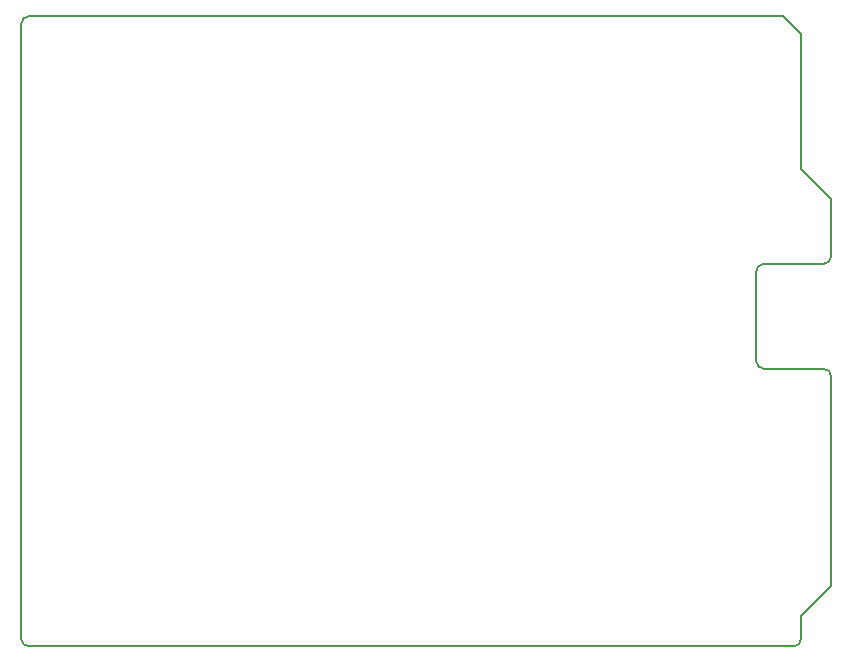
<source format=gm1>
G04 #@! TF.FileFunction,Profile,NP*
%FSLAX46Y46*%
G04 Gerber Fmt 4.6, Leading zero omitted, Abs format (unit mm)*
G04 Created by KiCad (PCBNEW 4.0.7-e2-6376~58~ubuntu16.04.1) date Tue Sep 19 14:58:34 2017*
%MOMM*%
%LPD*%
G01*
G04 APERTURE LIST*
%ADD10C,0.100000*%
%ADD11C,0.150000*%
G04 APERTURE END LIST*
D10*
D11*
X176403000Y-126365000D02*
G75*
G03X177038000Y-125730000I0J635000D01*
G01*
X110998000Y-125730000D02*
G75*
G03X111633000Y-126365000I635000J0D01*
G01*
X111633000Y-73025000D02*
G75*
G03X110998000Y-73660000I0J-635000D01*
G01*
X179578000Y-103505000D02*
X179578000Y-121285000D01*
X179578000Y-93345000D02*
X179578000Y-88519000D01*
X173863000Y-102870000D02*
X178943000Y-102870000D01*
X173228000Y-94615000D02*
X173228000Y-102235000D01*
X178943000Y-93980000D02*
X173863000Y-93980000D01*
X179578000Y-103505000D02*
G75*
G03X178943000Y-102870000I-635000J0D01*
G01*
X178943000Y-93980000D02*
G75*
G03X179578000Y-93345000I0J635000D01*
G01*
X173863000Y-93980000D02*
G75*
G03X173228000Y-94615000I0J-635000D01*
G01*
X173228000Y-102235000D02*
G75*
G03X173863000Y-102870000I635000J0D01*
G01*
X177038000Y-74549000D02*
X175514000Y-73025000D01*
X177038000Y-85979000D02*
X177038000Y-74549000D01*
X179578000Y-88519000D02*
X177038000Y-85979000D01*
X177038000Y-123825000D02*
X179578000Y-121285000D01*
X177038000Y-125730000D02*
X177038000Y-123825000D01*
X111633000Y-126365000D02*
X176403000Y-126365000D01*
X110998000Y-73660000D02*
X110998000Y-125730000D01*
X175514000Y-73025000D02*
X111633000Y-73025000D01*
M02*

</source>
